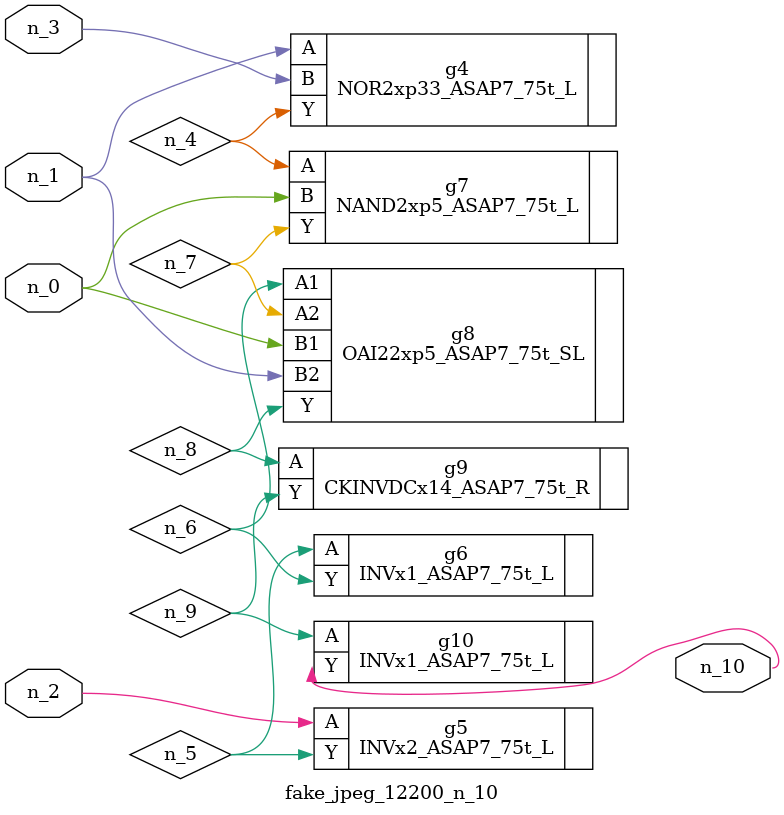
<source format=v>
module fake_jpeg_12200_n_10 (n_0, n_3, n_2, n_1, n_10);

input n_0;
input n_3;
input n_2;
input n_1;

output n_10;

wire n_4;
wire n_8;
wire n_9;
wire n_6;
wire n_5;
wire n_7;

NOR2xp33_ASAP7_75t_L g4 ( 
.A(n_1),
.B(n_3),
.Y(n_4)
);

INVx2_ASAP7_75t_L g5 ( 
.A(n_2),
.Y(n_5)
);

INVx1_ASAP7_75t_L g6 ( 
.A(n_5),
.Y(n_6)
);

OAI22xp5_ASAP7_75t_SL g8 ( 
.A1(n_6),
.A2(n_7),
.B1(n_0),
.B2(n_1),
.Y(n_8)
);

NAND2xp5_ASAP7_75t_L g7 ( 
.A(n_4),
.B(n_0),
.Y(n_7)
);

CKINVDCx14_ASAP7_75t_R g9 ( 
.A(n_8),
.Y(n_9)
);

INVx1_ASAP7_75t_L g10 ( 
.A(n_9),
.Y(n_10)
);


endmodule
</source>
